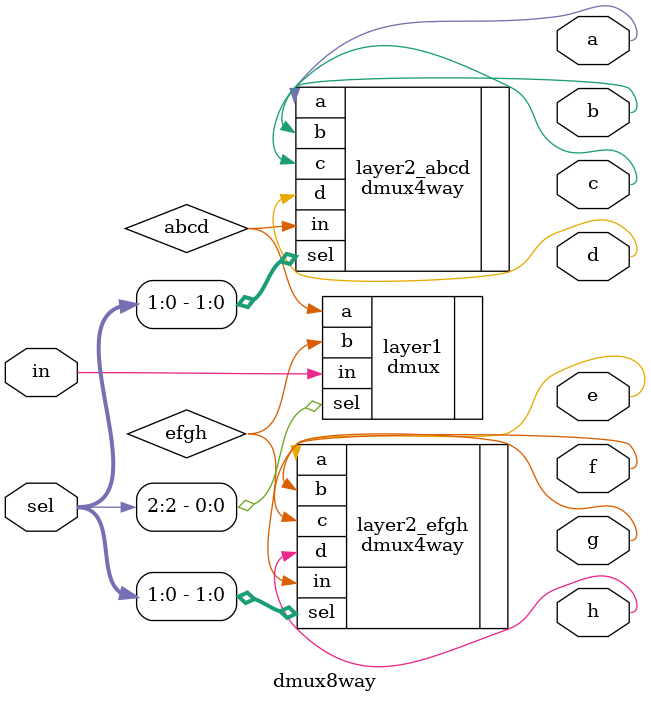
<source format=v>
/* Channels the input to one out of 8 outputs */
module dmux8way(
    input wire in,
    input wire [2:0] sel,
    output wire a,
    output wire b,
    output wire c,
    output wire d,
    output wire e,
    output wire f,
    output wire g,
    output wire h
);
    wire abcd, efgh;
    dmux layer1 (
        .in(in),
        .sel(sel[2]),
        .a(abcd),
        .b(efgh)
    );
    dmux4way layer2_abcd (
        .in(abcd),
        .sel(sel[1:0]),
        .a(a),
        .b(b),
        .c(c),
        .d(d)
    );
    dmux4way layer2_efgh (
        .in(efgh),
        .sel(sel[1:0]),
        .a(e),
        .b(f),
        .c(g),
        .d(h)
    );
endmodule
</source>
